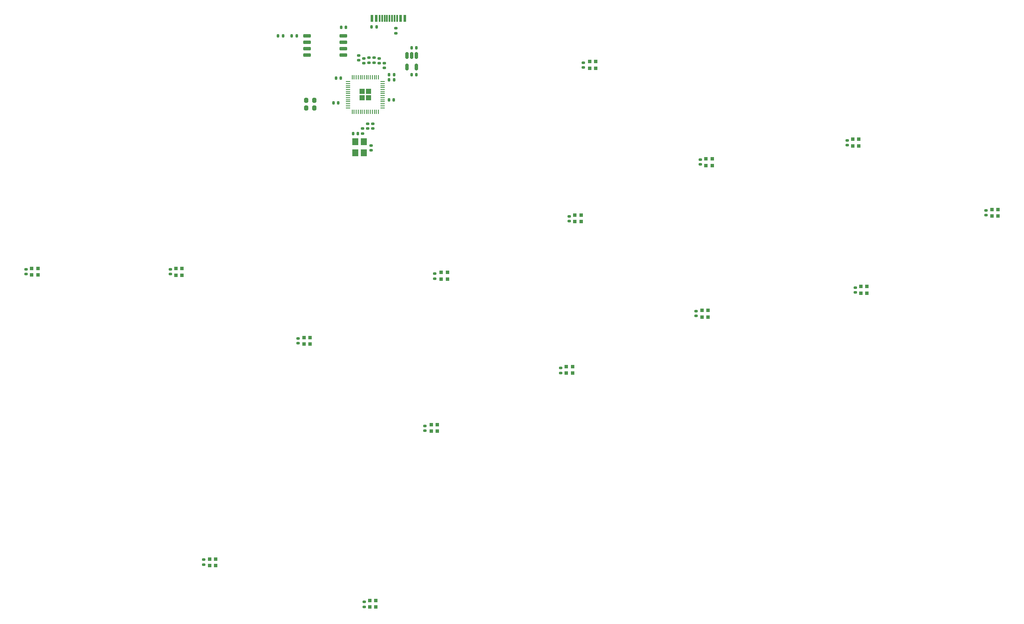
<source format=gtp>
G04 #@! TF.GenerationSoftware,KiCad,Pcbnew,7.0.9*
G04 #@! TF.CreationDate,2024-08-27T23:29:23-07:00*
G04 #@! TF.ProjectId,ergoSHIFT-rgb,6572676f-5348-4494-9654-2d7267622e6b,rev?*
G04 #@! TF.SameCoordinates,Original*
G04 #@! TF.FileFunction,Paste,Top*
G04 #@! TF.FilePolarity,Positive*
%FSLAX46Y46*%
G04 Gerber Fmt 4.6, Leading zero omitted, Abs format (unit mm)*
G04 Created by KiCad (PCBNEW 7.0.9) date 2024-08-27 23:29:23*
%MOMM*%
%LPD*%
G01*
G04 APERTURE LIST*
G04 Aperture macros list*
%AMRoundRect*
0 Rectangle with rounded corners*
0 $1 Rounding radius*
0 $2 $3 $4 $5 $6 $7 $8 $9 X,Y pos of 4 corners*
0 Add a 4 corners polygon primitive as box body*
4,1,4,$2,$3,$4,$5,$6,$7,$8,$9,$2,$3,0*
0 Add four circle primitives for the rounded corners*
1,1,$1+$1,$2,$3*
1,1,$1+$1,$4,$5*
1,1,$1+$1,$6,$7*
1,1,$1+$1,$8,$9*
0 Add four rect primitives between the rounded corners*
20,1,$1+$1,$2,$3,$4,$5,0*
20,1,$1+$1,$4,$5,$6,$7,0*
20,1,$1+$1,$6,$7,$8,$9,0*
20,1,$1+$1,$8,$9,$2,$3,0*%
G04 Aperture macros list end*
%ADD10RoundRect,0.140000X0.170000X-0.140000X0.170000X0.140000X-0.170000X0.140000X-0.170000X-0.140000X0*%
%ADD11R,0.700000X0.800000*%
%ADD12RoundRect,0.140000X0.140000X0.170000X-0.140000X0.170000X-0.140000X-0.170000X0.140000X-0.170000X0*%
%ADD13RoundRect,0.140000X-0.140000X-0.170000X0.140000X-0.170000X0.140000X0.170000X-0.140000X0.170000X0*%
%ADD14RoundRect,0.150000X-0.650000X-0.150000X0.650000X-0.150000X0.650000X0.150000X-0.650000X0.150000X0*%
%ADD15RoundRect,0.140000X-0.170000X0.140000X-0.170000X-0.140000X0.170000X-0.140000X0.170000X0.140000X0*%
%ADD16RoundRect,0.135000X0.135000X0.185000X-0.135000X0.185000X-0.135000X-0.185000X0.135000X-0.185000X0*%
%ADD17RoundRect,0.135000X-0.185000X0.135000X-0.185000X-0.135000X0.185000X-0.135000X0.185000X0.135000X0*%
%ADD18RoundRect,0.135000X0.185000X-0.135000X0.185000X0.135000X-0.185000X0.135000X-0.185000X-0.135000X0*%
%ADD19R,0.600000X1.450000*%
%ADD20R,0.300000X1.450000*%
%ADD21RoundRect,0.250000X-0.292217X-0.292217X0.292217X-0.292217X0.292217X0.292217X-0.292217X0.292217X0*%
%ADD22RoundRect,0.050000X-0.387500X-0.050000X0.387500X-0.050000X0.387500X0.050000X-0.387500X0.050000X0*%
%ADD23RoundRect,0.050000X-0.050000X-0.387500X0.050000X-0.387500X0.050000X0.387500X-0.050000X0.387500X0*%
%ADD24RoundRect,0.200000X-0.200000X-0.275000X0.200000X-0.275000X0.200000X0.275000X-0.200000X0.275000X0*%
%ADD25RoundRect,0.200000X0.200000X0.275000X-0.200000X0.275000X-0.200000X-0.275000X0.200000X-0.275000X0*%
%ADD26RoundRect,0.150000X-0.150000X0.512500X-0.150000X-0.512500X0.150000X-0.512500X0.150000X0.512500X0*%
%ADD27R,1.200000X1.400000*%
%ADD28RoundRect,0.135000X-0.135000X-0.185000X0.135000X-0.185000X0.135000X0.185000X-0.135000X0.185000X0*%
G04 APERTURE END LIST*
D10*
X151375000Y-109280000D03*
X151375000Y-108320000D03*
D11*
X182100000Y-67550000D03*
X183300000Y-67550000D03*
X183300000Y-66250000D03*
X182100000Y-66250000D03*
D12*
X147786000Y-68863000D03*
X146826000Y-68863000D03*
D10*
X124300000Y-122130000D03*
X124300000Y-121170000D03*
D13*
X132828000Y-59465000D03*
X133788000Y-59465000D03*
D10*
X149450000Y-139455000D03*
X149450000Y-138495000D03*
X137372000Y-66549000D03*
X137372000Y-65589000D03*
X180900000Y-67405000D03*
X180900000Y-66445000D03*
D14*
X126108000Y-61116000D03*
X126108000Y-62386000D03*
X126108000Y-63656000D03*
X126108000Y-64926000D03*
X133308000Y-64926000D03*
X133308000Y-63656000D03*
X133308000Y-62386000D03*
X133308000Y-61116000D03*
D10*
X99000000Y-108380000D03*
X99000000Y-107420000D03*
D15*
X138134000Y-78541000D03*
X138134000Y-79501000D03*
D13*
X142353000Y-69879000D03*
X143313000Y-69879000D03*
D12*
X147786000Y-63529000D03*
X146826000Y-63529000D03*
D11*
X205200000Y-86850000D03*
X206400000Y-86850000D03*
X206400000Y-85550000D03*
X205200000Y-85550000D03*
D12*
X132772000Y-69498000D03*
X131812000Y-69498000D03*
D16*
X121372000Y-61116000D03*
X120352000Y-61116000D03*
D12*
X132280000Y-74450000D03*
X131320000Y-74450000D03*
D10*
X141436000Y-67466000D03*
X141436000Y-66506000D03*
X178075000Y-97905000D03*
X178075000Y-96945000D03*
D16*
X139918000Y-59338000D03*
X138898000Y-59338000D03*
D17*
X138388000Y-65430000D03*
X138388000Y-66450000D03*
D18*
X137118000Y-80547000D03*
X137118000Y-79527000D03*
D19*
X145454000Y-57635000D03*
X144654000Y-57635000D03*
D20*
X143954000Y-57635000D03*
X143454000Y-57635000D03*
X142954000Y-57635000D03*
X142454000Y-57635000D03*
X141954000Y-57635000D03*
X141454000Y-57635000D03*
X140954000Y-57635000D03*
X140454000Y-57635000D03*
D19*
X139754000Y-57635000D03*
X138954000Y-57635000D03*
D21*
X136983500Y-72157500D03*
X136983500Y-73432500D03*
X138258500Y-72157500D03*
X138258500Y-73432500D03*
D22*
X134183500Y-70195000D03*
X134183500Y-70595000D03*
X134183500Y-70995000D03*
X134183500Y-71395000D03*
X134183500Y-71795000D03*
X134183500Y-72195000D03*
X134183500Y-72595000D03*
X134183500Y-72995000D03*
X134183500Y-73395000D03*
X134183500Y-73795000D03*
X134183500Y-74195000D03*
X134183500Y-74595000D03*
X134183500Y-74995000D03*
X134183500Y-75395000D03*
D23*
X135021000Y-76232500D03*
X135421000Y-76232500D03*
X135821000Y-76232500D03*
X136221000Y-76232500D03*
X136621000Y-76232500D03*
X137021000Y-76232500D03*
X137421000Y-76232500D03*
X137821000Y-76232500D03*
X138221000Y-76232500D03*
X138621000Y-76232500D03*
X139021000Y-76232500D03*
X139421000Y-76232500D03*
X139821000Y-76232500D03*
X140221000Y-76232500D03*
D22*
X141058500Y-75395000D03*
X141058500Y-74995000D03*
X141058500Y-74595000D03*
X141058500Y-74195000D03*
X141058500Y-73795000D03*
X141058500Y-73395000D03*
X141058500Y-72995000D03*
X141058500Y-72595000D03*
X141058500Y-72195000D03*
X141058500Y-71795000D03*
X141058500Y-71395000D03*
X141058500Y-70995000D03*
X141058500Y-70595000D03*
X141058500Y-70195000D03*
D23*
X140221000Y-69357500D03*
X139821000Y-69357500D03*
X139421000Y-69357500D03*
X139021000Y-69357500D03*
X138621000Y-69357500D03*
X138221000Y-69357500D03*
X137821000Y-69357500D03*
X137421000Y-69357500D03*
X137021000Y-69357500D03*
X136621000Y-69357500D03*
X136221000Y-69357500D03*
X135821000Y-69357500D03*
X135421000Y-69357500D03*
X135021000Y-69357500D03*
D17*
X139404000Y-65430000D03*
X139404000Y-66450000D03*
D24*
X125883000Y-75400000D03*
X127533000Y-75400000D03*
D25*
X127533000Y-73876000D03*
X125883000Y-73876000D03*
D17*
X143726000Y-59590000D03*
X143726000Y-60610000D03*
D13*
X135192000Y-80545000D03*
X136152000Y-80545000D03*
D10*
X136356000Y-65970000D03*
X136356000Y-65010000D03*
X203225000Y-116705000D03*
X203225000Y-115745000D03*
D15*
X138769000Y-82859000D03*
X138769000Y-83819000D03*
D11*
X177500000Y-128050000D03*
X178700000Y-128050000D03*
X178700000Y-126750000D03*
X177500000Y-126750000D03*
X179200000Y-97950000D03*
X180400000Y-97950000D03*
X180400000Y-96650000D03*
X179200000Y-96650000D03*
D13*
X142325000Y-73794934D03*
X143285000Y-73794934D03*
D10*
X140420000Y-66577000D03*
X140420000Y-65617000D03*
D26*
X147786000Y-65064000D03*
X146836000Y-65064000D03*
X145886000Y-65064000D03*
X145886000Y-67339000D03*
X147786000Y-67339000D03*
D10*
X105575000Y-166005000D03*
X105575000Y-165045000D03*
D27*
X135672000Y-82155000D03*
X135672000Y-84355000D03*
X137372000Y-84355000D03*
X137372000Y-82155000D03*
D11*
X204400000Y-116900000D03*
X205600000Y-116900000D03*
X205600000Y-115600000D03*
X204400000Y-115600000D03*
D28*
X123017000Y-61116000D03*
X124037000Y-61116000D03*
D11*
X138500000Y-174450000D03*
X139700000Y-174450000D03*
X139700000Y-173150000D03*
X138500000Y-173150000D03*
X100100000Y-108600000D03*
X101300000Y-108600000D03*
X101300000Y-107300000D03*
X100100000Y-107300000D03*
D15*
X139150000Y-78541000D03*
X139150000Y-79501000D03*
D10*
X70350000Y-108400000D03*
X70350000Y-107440000D03*
D13*
X142353000Y-68863000D03*
X143313000Y-68863000D03*
D10*
X233200000Y-82805000D03*
X233200000Y-81845000D03*
D11*
X261900000Y-96900000D03*
X263100000Y-96900000D03*
X263100000Y-95600000D03*
X261900000Y-95600000D03*
X152700000Y-109350000D03*
X153900000Y-109350000D03*
X153900000Y-108050000D03*
X152700000Y-108050000D03*
D10*
X260725000Y-96730000D03*
X260725000Y-95770000D03*
D11*
X235900000Y-112150000D03*
X237100000Y-112150000D03*
X237100000Y-110850000D03*
X235900000Y-110850000D03*
D10*
X234750000Y-112005000D03*
X234750000Y-111045000D03*
D11*
X150700000Y-139550000D03*
X151900000Y-139550000D03*
X151900000Y-138250000D03*
X150700000Y-138250000D03*
D10*
X204075000Y-86655000D03*
X204075000Y-85695000D03*
X176400000Y-127980000D03*
X176400000Y-127020000D03*
D11*
X125500000Y-122250000D03*
X126700000Y-122250000D03*
X126700000Y-120950000D03*
X125500000Y-120950000D03*
X234300000Y-82950000D03*
X235500000Y-82950000D03*
X235500000Y-81650000D03*
X234300000Y-81650000D03*
X106800000Y-166200000D03*
X108000000Y-166200000D03*
X108000000Y-164900000D03*
X106800000Y-164900000D03*
X71500000Y-108550000D03*
X72700000Y-108550000D03*
X72700000Y-107250000D03*
X71500000Y-107250000D03*
D10*
X137400000Y-174380000D03*
X137400000Y-173420000D03*
M02*

</source>
